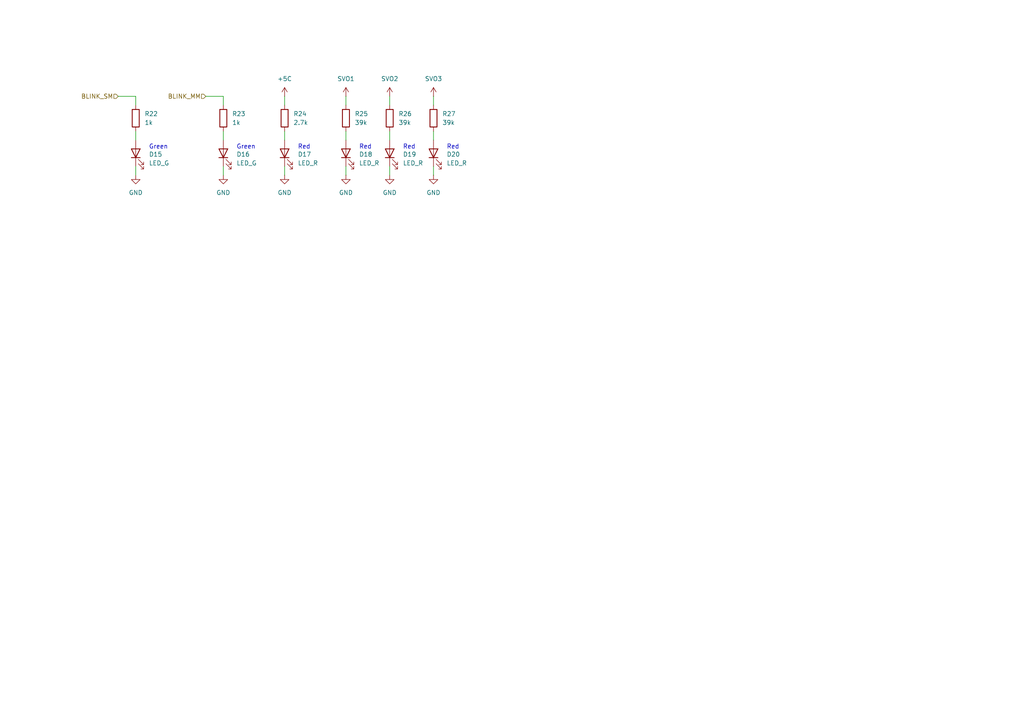
<source format=kicad_sch>
(kicad_sch (version 20250114) (generator "eeschema") (generator_version "9.0")
  (paper "A4")
  (lib_symbols
    (symbol "Device:LED" (pin_numbers (hide yes)) (pin_names (offset 1.016) (hide yes))
      (property "Reference" "D" (at 0 2.54 0))
      (property "Value" "LED" (at 0 -2.54 0))
      (symbol "LED_0_1"
        (polyline (pts (xy -3.048 -0.762) (xy -4.572 -2.286) (xy -3.81 -2.286) (xy -4.572 -2.286) (xy -4.572 -1.524)))
        (polyline (pts (xy -1.778 -0.762) (xy -3.302 -2.286) (xy -2.54 -2.286) (xy -3.302 -2.286) (xy -3.302 -1.524)))
        (polyline (pts (xy -1.27 0) (xy 1.27 0)))
        (polyline (pts (xy -1.27 -1.27) (xy -1.27 1.27)) (stroke (width 0.254)))
        (polyline (pts (xy 1.27 -1.27) (xy 1.27 1.27) (xy -1.27 0) (xy 1.27 -1.27)) (stroke (width 0.254)))
      )
      (symbol "LED_1_1"
        (pin passive line (at -3.81 0 0) (length 2.54) (name "K") (number "1"))
        (pin passive line (at 3.81 0 180) (length 2.54) (name "A") (number "2"))
      )
    )
    (symbol "Device:R" (pin_numbers (hide yes)) (pin_names (offset 0))
      (property "Reference" "R" (at 2.032 0 90))
      (property "Value" "R" (at 0 0 90))
      (symbol "R_0_1"
        (rectangle (start -1.016 -2.54) (end 1.016 2.54) (stroke (width 0.254)))
      )
      (symbol "R_1_1"
        (pin passive line (at 0 3.81 270) (length 1.27) (name "~") (number "1"))
        (pin passive line (at 0 -3.81 90) (length 1.27) (name "~") (number "2"))
      )
    )
    (symbol "power:+3.3V" (power) (pin_numbers (hide yes)) (pin_names (offset 0) (hide yes))
      (property "Value" "+3.3V" (at 0 3.556 0))
      (symbol "+3.3V_0_1"
        (polyline (pts (xy -0.762 1.27) (xy 0 2.54)))
        (polyline (pts (xy 0 2.54) (xy 0.762 1.27)))
        (polyline (pts (xy 0 0) (xy 0 2.54)))
      )
      (symbol "+3.3V_1_1"
        (pin power_in line (at 0 0 90) (length 0) (name "~") (number "1"))
      )
    )
    (symbol "power:GND" (power) (pin_numbers (hide yes)) (pin_names (offset 0) (hide yes))
      (property "Value" "GND" (at 0 -3.81 0))
      (symbol "GND_0_1"
        (polyline (pts (xy 0 0) (xy 0 -1.27) (xy 1.27 -1.27) (xy 0 -2.54) (xy -1.27 -1.27) (xy 0 -1.27)))
      )
      (symbol "GND_1_1"
        (pin power_in line (at 0 0 270) (length 0) (name "~") (number "1"))
      )
    )
  )
  (text "Green" (at 43.18 42.672 0) (effects (font (size 1.27 1.27)) (justify left)))
  (text "Red" (at 129.54 42.672 0) (effects (font (size 1.27 1.27)) (justify left)))
  (text "Green" (at 68.58 42.672 0) (effects (font (size 1.27 1.27)) (justify left)))
  (text "Red" (at 116.84 42.672 0) (effects (font (size 1.27 1.27)) (justify left)))
  (text "Red" (at 86.36 42.672 0) (effects (font (size 1.27 1.27)) (justify left)))
  (text "Red" (at 104.14 42.672 0) (effects (font (size 1.27 1.27)) (justify left)))
  (wire (pts (xy 39.37 50.8) (xy 39.37 48.26)))
  (wire (pts (xy 113.03 27.94) (xy 113.03 30.48)))
  (wire (pts (xy 125.73 38.1) (xy 125.73 40.64)))
  (wire (pts (xy 39.37 38.1) (xy 39.37 40.64)))
  (wire (pts (xy 82.55 50.8) (xy 82.55 48.26)))
  (wire (pts (xy 64.77 38.1) (xy 64.77 40.64)))
  (wire (pts (xy 113.03 50.8) (xy 113.03 48.26)))
  (wire (pts (xy 82.55 38.1) (xy 82.55 40.64)))
  (wire (pts (xy 64.77 27.94) (xy 64.77 30.48)))
  (wire (pts (xy 125.73 27.94) (xy 125.73 30.48)))
  (wire (pts (xy 34.29 27.94) (xy 39.37 27.94)))
  (wire (pts (xy 100.33 27.94) (xy 100.33 30.48)))
  (wire (pts (xy 100.33 38.1) (xy 100.33 40.64)))
  (wire (pts (xy 64.77 50.8) (xy 64.77 48.26)))
  (wire (pts (xy 59.69 27.94) (xy 64.77 27.94)))
  (wire (pts (xy 113.03 38.1) (xy 113.03 40.64)))
  (wire (pts (xy 125.73 50.8) (xy 125.73 48.26)))
  (wire (pts (xy 39.37 27.94) (xy 39.37 30.48)))
  (wire (pts (xy 100.33 50.8) (xy 100.33 48.26)))
  (wire (pts (xy 82.55 27.94) (xy 82.55 30.48)))
  (hierarchical_label "BLINK_SM" (shape input) (at 34.29 27.94 180))
  (hierarchical_label "BLINK_MM" (shape input) (at 59.69 27.94 180))
  (symbol (lib_id "power:GND") (at 113.03 50.8 0) (mirror y) (unit 1)
    (property "Reference" "#PWR0120" (effects (hide yes)))
    (property "Value" "GND" (at 113.03 55.88 0))
    (property "Description" "Power symbol creates a global label with name \"GND\" , ground" (effects (hide yes)))
  )
  (symbol (lib_id "Device:LED") (at 39.37 44.45 90) (unit 1)
    (property "Reference" "D15" (at 43.18 44.7674 90) (effects (justify right)))
    (property "Value" "LED_G" (at 43.18 47.3074 90) (effects (justify right)))
    (property "Footprint" "LED_SMD:LED_0603_1608Metric" (effects (hide yes)))
    (property "Description" "Light emitting diode" (effects (hide yes)))
  )
  (symbol (lib_id "power:+3.3V") (at 100.33 27.94 0) (unit 1)
    (property "Reference" "#PWR0113" (effects (hide yes)))
    (property "Value" "SVO1" (at 100.33 22.86 0))
    (property "Description" "Power symbol creates a global label with name \"+3.3V\"" (effects (hide yes)))
  )
  (symbol (lib_id "power:+3.3V") (at 113.03 27.94 0) (unit 1)
    (property "Reference" "#PWR0114" (effects (hide yes)))
    (property "Value" "SVO2" (at 113.03 22.86 0))
    (property "Description" "Power symbol creates a global label with name \"+3.3V\"" (effects (hide yes)))
  )
  (symbol (lib_id "power:+3.3V") (at 125.73 27.94 0) (unit 1)
    (property "Reference" "#PWR0115" (effects (hide yes)))
    (property "Value" "SVO3" (at 125.73 22.86 0))
    (property "Description" "Power symbol creates a global label with name \"+3.3V\"" (effects (hide yes)))
  )
  (symbol (lib_id "Device:LED") (at 82.55 44.45 90) (unit 1)
    (property "Reference" "D17" (at 86.36 44.7674 90) (effects (justify right)))
    (property "Value" "LED_R" (at 86.36 47.3074 90) (effects (justify right)))
    (property "Footprint" "LED_SMD:LED_0603_1608Metric" (effects (hide yes)))
    (property "Description" "Light emitting diode" (effects (hide yes)))
  )
  (symbol (lib_id "power:GND") (at 39.37 50.8 0) (mirror y) (unit 1)
    (property "Reference" "#PWR0116" (effects (hide yes)))
    (property "Value" "GND" (at 39.37 55.88 0))
    (property "Description" "Power symbol creates a global label with name \"GND\" , ground" (effects (hide yes)))
  )
  (symbol (lib_id "power:GND") (at 64.77 50.8 0) (mirror y) (unit 1)
    (property "Reference" "#PWR0117" (effects (hide yes)))
    (property "Value" "GND" (at 64.77 55.88 0))
    (property "Description" "Power symbol creates a global label with name \"GND\" , ground" (effects (hide yes)))
  )
  (symbol (lib_id "power:+3.3V") (at 82.55 27.94 0) (unit 1)
    (property "Reference" "#PWR0112" (effects (hide yes)))
    (property "Value" "+5C" (at 82.55 22.86 0))
    (property "Description" "Power symbol creates a global label with name \"+3.3V\"" (effects (hide yes)))
  )
  (symbol (lib_id "Device:R") (at 39.37 34.29 0) (unit 1)
    (property "Reference" "R22" (at 41.91 33.0199 0) (effects (justify left)))
    (property "Value" "1k" (at 41.91 35.5599 0) (effects (justify left)))
    (property "Footprint" "Resistor_SMD:R_0603_1608Metric" (effects (hide yes)))
    (property "Description" "Resistor" (effects (hide yes)))
  )
  (symbol (lib_id "Device:R") (at 82.55 34.29 0) (unit 1)
    (property "Reference" "R24" (at 85.09 33.0199 0) (effects (justify left)))
    (property "Value" "2.7k" (at 85.09 35.5599 0) (effects (justify left)))
    (property "Footprint" "Resistor_SMD:R_0603_1608Metric" (effects (hide yes)))
    (property "Description" "Resistor" (effects (hide yes)))
  )
  (symbol (lib_id "Device:LED") (at 125.73 44.45 90) (unit 1)
    (property "Reference" "D20" (at 129.54 44.7674 90) (effects (justify right)))
    (property "Value" "LED_R" (at 129.54 47.3074 90) (effects (justify right)))
    (property "Footprint" "LED_SMD:LED_0603_1608Metric" (effects (hide yes)))
    (property "Description" "Light emitting diode" (effects (hide yes)))
  )
  (symbol (lib_id "Device:LED") (at 113.03 44.45 90) (unit 1)
    (property "Reference" "D19" (at 116.84 44.7674 90) (effects (justify right)))
    (property "Value" "LED_R" (at 116.84 47.3074 90) (effects (justify right)))
    (property "Footprint" "LED_SMD:LED_0603_1608Metric" (effects (hide yes)))
    (property "Description" "Light emitting diode" (effects (hide yes)))
  )
  (symbol (lib_id "Device:R") (at 113.03 34.29 0) (unit 1)
    (property "Reference" "R26" (at 115.57 33.0199 0) (effects (justify left)))
    (property "Value" "39k" (at 115.57 35.5599 0) (effects (justify left)))
    (property "Footprint" "Resistor_SMD:R_0603_1608Metric" (effects (hide yes)))
    (property "Description" "Resistor" (effects (hide yes)))
  )
  (symbol (lib_id "power:GND") (at 125.73 50.8 0) (mirror y) (unit 1)
    (property "Reference" "#PWR0121" (effects (hide yes)))
    (property "Value" "GND" (at 125.73 55.88 0))
    (property "Description" "Power symbol creates a global label with name \"GND\" , ground" (effects (hide yes)))
  )
  (symbol (lib_id "power:GND") (at 82.55 50.8 0) (mirror y) (unit 1)
    (property "Reference" "#PWR0118" (effects (hide yes)))
    (property "Value" "GND" (at 82.55 55.88 0))
    (property "Description" "Power symbol creates a global label with name \"GND\" , ground" (effects (hide yes)))
  )
  (symbol (lib_id "Device:R") (at 64.77 34.29 0) (unit 1)
    (property "Reference" "R23" (at 67.31 33.0199 0) (effects (justify left)))
    (property "Value" "1k" (at 67.31 35.5599 0) (effects (justify left)))
    (property "Footprint" "Resistor_SMD:R_0603_1608Metric" (effects (hide yes)))
    (property "Description" "Resistor" (effects (hide yes)))
  )
  (symbol (lib_id "Device:R") (at 100.33 34.29 0) (unit 1)
    (property "Reference" "R25" (at 102.87 33.0199 0) (effects (justify left)))
    (property "Value" "39k" (at 102.87 35.5599 0) (effects (justify left)))
    (property "Footprint" "Resistor_SMD:R_0603_1608Metric" (effects (hide yes)))
    (property "Description" "Resistor" (effects (hide yes)))
  )
  (symbol (lib_id "Device:LED") (at 64.77 44.45 90) (unit 1)
    (property "Reference" "D16" (at 68.58 44.7674 90) (effects (justify right)))
    (property "Value" "LED_G" (at 68.58 47.3074 90) (effects (justify right)))
    (property "Footprint" "LED_SMD:LED_0603_1608Metric" (effects (hide yes)))
    (property "Description" "Light emitting diode" (effects (hide yes)))
  )
  (symbol (lib_id "Device:LED") (at 100.33 44.45 90) (unit 1)
    (property "Reference" "D18" (at 104.14 44.7674 90) (effects (justify right)))
    (property "Value" "LED_R" (at 104.14 47.3074 90) (effects (justify right)))
    (property "Footprint" "LED_SMD:LED_0603_1608Metric" (effects (hide yes)))
    (property "Description" "Light emitting diode" (effects (hide yes)))
  )
  (symbol (lib_id "power:GND") (at 100.33 50.8 0) (mirror y) (unit 1)
    (property "Reference" "#PWR0119" (effects (hide yes)))
    (property "Value" "GND" (at 100.33 55.88 0))
    (property "Description" "Power symbol creates a global label with name \"GND\" , ground" (effects (hide yes)))
  )
  (symbol (lib_id "Device:R") (at 125.73 34.29 0) (unit 1)
    (property "Reference" "R27" (at 128.27 33.0199 0) (effects (justify left)))
    (property "Value" "39k" (at 128.27 35.5599 0) (effects (justify left)))
    (property "Footprint" "Resistor_SMD:R_0603_1608Metric" (effects (hide yes)))
    (property "Description" "Resistor" (effects (hide yes)))
  )
)
</source>
